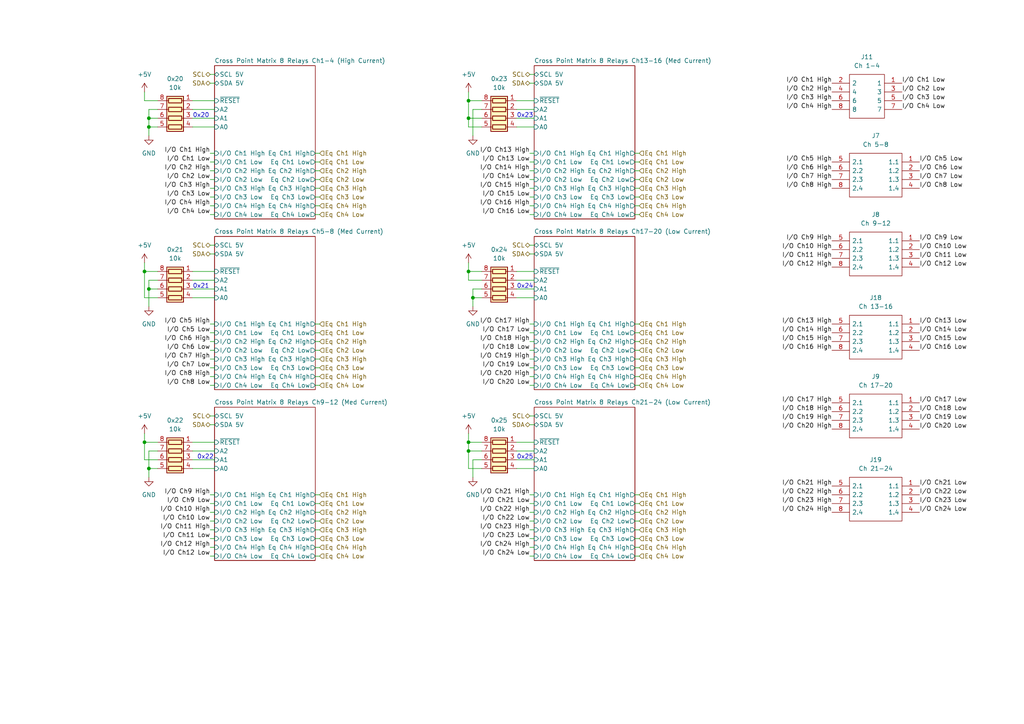
<source format=kicad_sch>
(kicad_sch (version 20211123) (generator eeschema)
  (paper "A4")
  (title_block (title "CIB PCB") (date "2022-05-27") (company "ChargePoint, Inc"))
  (lib_symbols
    (symbol "Component Search Engine:Pluggable Terminal Blocks SDC 2,5{slash} 8-PV-5,0 0-ZB" (pin_names (offset 0.762))
      (property "Reference" "J" (at 16.51 7.62 0))
      (property "Value" "Pluggable Terminal Blocks SDC 2,5{slash} 8-PV-5,0 0-ZB" (at 16.51 5.08 0))
      (symbol "Pluggable Terminal Blocks SDC 2,5{slash} 8-PV-5,0 0-ZB_0_0"
        (pin passive line (at 20.32 0 180) (length 5.08) (name "1") (number "1"))
        (pin passive line (at 0 0 0) (length 5.08) (name "2") (number "2"))
        (pin passive line (at 20.32 -2.54 180) (length 5.08) (name "3") (number "3"))
        (pin passive line (at 0 -2.54 0) (length 5.08) (name "4") (number "4"))
        (pin passive line (at 20.32 -5.08 180) (length 5.08) (name "5") (number "5"))
        (pin passive line (at 0 -5.08 0) (length 5.08) (name "6") (number "6"))
        (pin passive line (at 20.32 -7.62 180) (length 5.08) (name "7") (number "7"))
        (pin passive line (at 0 -7.62 0) (length 5.08) (name "8") (number "8"))
      )
      (symbol "Pluggable Terminal Blocks SDC 2,5{slash} 8-PV-5,0 0-ZB_0_1"
        (polyline (pts (xy 5.08 2.54) (xy 15.24 2.54) (xy 15.24 -10.16) (xy 5.08 -10.16) (xy 5.08 2.54)) (stroke (width 0.1524)))
      )
    )
    (symbol "Component Search Engine:Pluggable Terminal Blocks SDDC 1,5{slash} 4-PV-3,5" (pin_names (offset 0.762))
      (property "Reference" "J" (at 21.59 7.62 0))
      (property "Value" "Pluggable Terminal Blocks SDDC 1,5{slash} 4-PV-3,5" (at 21.59 5.08 0))
      (symbol "Pluggable Terminal Blocks SDDC 1,5{slash} 4-PV-3,5_0_0"
        (pin passive line (at 25.4 0 180) (length 5.08) (name "1.1") (number "1"))
        (pin passive line (at 25.4 -2.54 180) (length 5.08) (name "1.2") (number "2"))
        (pin passive line (at 25.4 -5.08 180) (length 5.08) (name "1.3") (number "3"))
        (pin passive line (at 25.4 -7.62 180) (length 5.08) (name "1.4") (number "4"))
        (pin passive line (at 0 0 0) (length 5.08) (name "2.1") (number "5"))
        (pin passive line (at 0 -2.54 0) (length 5.08) (name "2.2") (number "6"))
        (pin passive line (at 0 -5.08 0) (length 5.08) (name "2.3") (number "7"))
        (pin passive line (at 0 -7.62 0) (length 5.08) (name "2.4") (number "8"))
      )
      (symbol "Pluggable Terminal Blocks SDDC 1,5{slash} 4-PV-3,5_0_1"
        (polyline (pts (xy 5.08 2.54) (xy 20.32 2.54) (xy 20.32 -10.16) (xy 5.08 -10.16) (xy 5.08 2.54)) (stroke (width 0.1524)))
      )
    )
    (symbol "Device:R_Pack04" (pin_names (offset 0) hide)
      (property "Reference" "RN" (at -7.62 0 90))
      (property "Value" "R_Pack04" (at 5.08 0 90))
      (symbol "R_Pack04_0_1"
        (rectangle (start -6.35 -2.413) (end 3.81 2.413) (stroke (width 0.254)) (fill (type background)))
        (rectangle (start -5.715 1.905) (end -4.445 -1.905) (stroke (width 0.254)))
        (rectangle (start -3.175 1.905) (end -1.905 -1.905) (stroke (width 0.254)))
        (rectangle (start -0.635 1.905) (end 0.635 -1.905) (stroke (width 0.254)))
        (polyline (pts (xy -5.08 -2.54) (xy -5.08 -1.905)))
        (polyline (pts (xy -5.08 1.905) (xy -5.08 2.54)))
        (polyline (pts (xy -2.54 -2.54) (xy -2.54 -1.905)))
        (polyline (pts (xy -2.54 1.905) (xy -2.54 2.54)))
        (polyline (pts (xy 0 -2.54) (xy 0 -1.905)))
        (polyline (pts (xy 0 1.905) (xy 0 2.54)))
        (polyline (pts (xy 2.54 -2.54) (xy 2.54 -1.905)))
        (polyline (pts (xy 2.54 1.905) (xy 2.54 2.54)))
        (rectangle (start 1.905 1.905) (end 3.175 -1.905) (stroke (width 0.254)))
      )
      (symbol "R_Pack04_1_1"
        (pin passive line (at -5.08 -5.08 90) (length 2.54) (name "R1.1") (number "1"))
        (pin passive line (at -2.54 -5.08 90) (length 2.54) (name "R2.1") (number "2"))
        (pin passive line (at 0 -5.08 90) (length 2.54) (name "R3.1") (number "3"))
        (pin passive line (at 2.54 -5.08 90) (length 2.54) (name "R4.1") (number "4"))
        (pin passive line (at 2.54 5.08 270) (length 2.54) (name "R4.2") (number "5"))
        (pin passive line (at 0 5.08 270) (length 2.54) (name "R3.2") (number "6"))
        (pin passive line (at -2.54 5.08 270) (length 2.54) (name "R2.2") (number "7"))
        (pin passive line (at -5.08 5.08 270) (length 2.54) (name "R1.2") (number "8"))
      )
    )
    (symbol "power:+5V" (power) (pin_names (offset 0))
      (property "Value" "+5V" (at 0 3.556 0))
      (symbol "+5V_0_1"
        (polyline (pts (xy -0.762 1.27) (xy 0 2.54)))
        (polyline (pts (xy 0 0) (xy 0 2.54)))
        (polyline (pts (xy 0 2.54) (xy 0.762 1.27)))
      )
      (symbol "+5V_1_1"
        (pin power_in line (at 0 0 90) (length 0) hide (name "+5V") (number "1"))
      )
    )
    (symbol "power:GND" (power) (pin_names (offset 0))
      (property "Value" "GND" (at 0 -3.81 0))
      (symbol "GND_0_1"
        (polyline (pts (xy 0 0) (xy 0 -1.27) (xy 1.27 -1.27) (xy 0 -2.54) (xy -1.27 -1.27) (xy 0 -1.27)))
      )
      (symbol "GND_1_1"
        (pin power_in line (at 0 0 270) (length 0) hide (name "GND") (number "1"))
      )
    )
  )
  (junction (at 135.89 78.74))
  (junction (at 43.18 34.29))
  (junction (at 41.91 128.27))
  (junction (at 43.18 135.89))
  (junction (at 43.18 36.83))
  (junction (at 41.91 78.74))
  (junction (at 135.89 130.81))
  (junction (at 135.89 128.27))
  (junction (at 137.16 86.36))
  (junction (at 135.89 34.29))
  (junction (at 43.18 83.82))
  (junction (at 135.89 29.21))
  (wire (pts (xy 184.15 54.61) (xy 185.42 54.61)))
  (wire (pts (xy 60.96 104.14) (xy 62.23 104.14)))
  (wire (pts (xy 153.67 21.59) (xy 154.94 21.59)))
  (wire (pts (xy 41.91 78.74) (xy 45.72 78.74)))
  (wire (pts (xy 149.86 128.27) (xy 154.94 128.27)))
  (wire (pts (xy 184.15 156.21) (xy 185.42 156.21)))
  (wire (pts (xy 153.67 57.15) (xy 154.94 57.15)))
  (wire (pts (xy 184.15 93.98) (xy 185.42 93.98)))
  (wire (pts (xy 91.44 153.67) (xy 92.71 153.67)))
  (wire (pts (xy 153.67 24.13) (xy 154.94 24.13)))
  (wire (pts (xy 153.67 146.05) (xy 154.94 146.05)))
  (wire (pts (xy 55.88 83.82) (xy 62.23 83.82)))
  (wire (pts (xy 60.96 123.19) (xy 62.23 123.19)))
  (wire (pts (xy 153.67 104.14) (xy 154.94 104.14)))
  (wire (pts (xy 55.88 36.83) (xy 62.23 36.83)))
  (wire (pts (xy 135.89 128.27) (xy 135.89 125.73)))
  (wire (pts (xy 91.44 46.99) (xy 92.71 46.99)))
  (wire (pts (xy 149.86 130.81) (xy 154.94 130.81)))
  (wire (pts (xy 55.88 128.27) (xy 62.23 128.27)))
  (wire (pts (xy 149.86 29.21) (xy 154.94 29.21)))
  (wire (pts (xy 41.91 128.27) (xy 41.91 125.73)))
  (wire (pts (xy 135.89 130.81) (xy 139.7 130.81)))
  (wire (pts (xy 91.44 109.22) (xy 92.71 109.22)))
  (wire (pts (xy 149.86 135.89) (xy 154.94 135.89)))
  (wire (pts (xy 91.44 156.21) (xy 92.71 156.21)))
  (wire (pts (xy 41.91 29.21) (xy 41.91 26.67)))
  (wire (pts (xy 43.18 31.75) (xy 45.72 31.75)))
  (wire (pts (xy 60.96 71.12) (xy 62.23 71.12)))
  (wire (pts (xy 91.44 101.6) (xy 92.71 101.6)))
  (wire (pts (xy 43.18 130.81) (xy 43.18 135.89)))
  (wire (pts (xy 55.88 29.21) (xy 62.23 29.21)))
  (wire (pts (xy 184.15 104.14) (xy 185.42 104.14)))
  (wire (pts (xy 60.96 73.66) (xy 62.23 73.66)))
  (wire (pts (xy 60.96 156.21) (xy 62.23 156.21)))
  (wire (pts (xy 149.86 133.35) (xy 154.94 133.35)))
  (wire (pts (xy 55.88 81.28) (xy 62.23 81.28)))
  (wire (pts (xy 135.89 36.83) (xy 135.89 34.29)))
  (wire (pts (xy 60.96 21.59) (xy 62.23 21.59)))
  (wire (pts (xy 60.96 111.76) (xy 62.23 111.76)))
  (wire (pts (xy 55.88 130.81) (xy 62.23 130.81)))
  (wire (pts (xy 153.67 46.99) (xy 154.94 46.99)))
  (wire (pts (xy 153.67 111.76) (xy 154.94 111.76)))
  (wire (pts (xy 139.7 135.89) (xy 135.89 135.89)))
  (wire (pts (xy 41.91 128.27) (xy 45.72 128.27)))
  (wire (pts (xy 153.67 123.19) (xy 154.94 123.19)))
  (wire (pts (xy 43.18 81.28) (xy 45.72 81.28)))
  (wire (pts (xy 184.15 148.59) (xy 185.42 148.59)))
  (wire (pts (xy 184.15 49.53) (xy 185.42 49.53)))
  (wire (pts (xy 135.89 81.28) (xy 139.7 81.28)))
  (wire (pts (xy 60.96 52.07) (xy 62.23 52.07)))
  (wire (pts (xy 91.44 148.59) (xy 92.71 148.59)))
  (wire (pts (xy 153.67 73.66) (xy 154.94 73.66)))
  (wire (pts (xy 184.15 158.75) (xy 185.42 158.75)))
  (wire (pts (xy 135.89 135.89) (xy 135.89 130.81)))
  (wire (pts (xy 91.44 158.75) (xy 92.71 158.75)))
  (wire (pts (xy 41.91 29.21) (xy 45.72 29.21)))
  (wire (pts (xy 137.16 86.36) (xy 137.16 88.9)))
  (wire (pts (xy 184.15 109.22) (xy 185.42 109.22)))
  (wire (pts (xy 43.18 83.82) (xy 43.18 88.9)))
  (wire (pts (xy 139.7 31.75) (xy 137.16 31.75)))
  (wire (pts (xy 60.96 161.29) (xy 62.23 161.29)))
  (wire (pts (xy 135.89 29.21) (xy 135.89 26.67)))
  (wire (pts (xy 153.67 99.06) (xy 154.94 99.06)))
  (wire (pts (xy 91.44 57.15) (xy 92.71 57.15)))
  (wire (pts (xy 135.89 81.28) (xy 135.89 78.74)))
  (wire (pts (xy 135.89 29.21) (xy 135.89 34.29)))
  (wire (pts (xy 60.96 57.15) (xy 62.23 57.15)))
  (wire (pts (xy 43.18 83.82) (xy 43.18 81.28)))
  (wire (pts (xy 55.88 135.89) (xy 62.23 135.89)))
  (wire (pts (xy 137.16 83.82) (xy 137.16 86.36)))
  (wire (pts (xy 184.15 153.67) (xy 185.42 153.67)))
  (wire (pts (xy 60.96 153.67) (xy 62.23 153.67)))
  (wire (pts (xy 41.91 133.35) (xy 41.91 128.27)))
  (wire (pts (xy 91.44 44.45) (xy 92.71 44.45)))
  (wire (pts (xy 137.16 31.75) (xy 137.16 39.37)))
  (wire (pts (xy 149.86 34.29) (xy 154.94 34.29)))
  (wire (pts (xy 139.7 133.35) (xy 137.16 133.35)))
  (wire (pts (xy 60.96 120.65) (xy 62.23 120.65)))
  (wire (pts (xy 91.44 151.13) (xy 92.71 151.13)))
  (wire (pts (xy 184.15 59.69) (xy 185.42 59.69)))
  (wire (pts (xy 153.67 52.07) (xy 154.94 52.07)))
  (wire (pts (xy 55.88 133.35) (xy 62.23 133.35)))
  (wire (pts (xy 153.67 151.13) (xy 154.94 151.13)))
  (wire (pts (xy 43.18 34.29) (xy 43.18 36.83)))
  (wire (pts (xy 60.96 59.69) (xy 62.23 59.69)))
  (wire (pts (xy 153.67 93.98) (xy 154.94 93.98)))
  (wire (pts (xy 184.15 146.05) (xy 185.42 146.05)))
  (wire (pts (xy 137.16 86.36) (xy 139.7 86.36)))
  (wire (pts (xy 91.44 96.52) (xy 92.71 96.52)))
  (wire (pts (xy 137.16 133.35) (xy 137.16 138.43)))
  (wire (pts (xy 91.44 59.69) (xy 92.71 59.69)))
  (wire (pts (xy 153.67 106.68) (xy 154.94 106.68)))
  (wire (pts (xy 149.86 83.82) (xy 154.94 83.82)))
  (wire (pts (xy 153.67 143.51) (xy 154.94 143.51)))
  (wire (pts (xy 153.67 158.75) (xy 154.94 158.75)))
  (wire (pts (xy 184.15 106.68) (xy 185.42 106.68)))
  (wire (pts (xy 153.67 96.52) (xy 154.94 96.52)))
  (wire (pts (xy 135.89 128.27) (xy 139.7 128.27)))
  (wire (pts (xy 184.15 57.15) (xy 185.42 57.15)))
  (wire (pts (xy 184.15 99.06) (xy 185.42 99.06)))
  (wire (pts (xy 153.67 153.67) (xy 154.94 153.67)))
  (wire (pts (xy 60.96 96.52) (xy 62.23 96.52)))
  (wire (pts (xy 55.88 86.36) (xy 62.23 86.36)))
  (wire (pts (xy 153.67 120.65) (xy 154.94 120.65)))
  (wire (pts (xy 135.89 130.81) (xy 135.89 128.27)))
  (wire (pts (xy 60.96 146.05) (xy 62.23 146.05)))
  (wire (pts (xy 60.96 46.99) (xy 62.23 46.99)))
  (wire (pts (xy 184.15 161.29) (xy 185.42 161.29)))
  (wire (pts (xy 91.44 49.53) (xy 92.71 49.53)))
  (wire (pts (xy 43.18 135.89) (xy 43.18 138.43)))
  (wire (pts (xy 184.15 52.07) (xy 185.42 52.07)))
  (wire (pts (xy 45.72 86.36) (xy 41.91 86.36)))
  (wire (pts (xy 91.44 93.98) (xy 92.71 93.98)))
  (wire (pts (xy 153.67 44.45) (xy 154.94 44.45)))
  (wire (pts (xy 60.96 158.75) (xy 62.23 158.75)))
  (wire (pts (xy 91.44 99.06) (xy 92.71 99.06)))
  (wire (pts (xy 60.96 54.61) (xy 62.23 54.61)))
  (wire (pts (xy 149.86 31.75) (xy 154.94 31.75)))
  (wire (pts (xy 139.7 83.82) (xy 137.16 83.82)))
  (wire (pts (xy 60.96 62.23) (xy 62.23 62.23)))
  (wire (pts (xy 184.15 62.23) (xy 185.42 62.23)))
  (wire (pts (xy 184.15 96.52) (xy 185.42 96.52)))
  (wire (pts (xy 41.91 78.74) (xy 41.91 76.2)))
  (wire (pts (xy 184.15 111.76) (xy 185.42 111.76)))
  (wire (pts (xy 184.15 46.99) (xy 185.42 46.99)))
  (wire (pts (xy 184.15 143.51) (xy 185.42 143.51)))
  (wire (pts (xy 135.89 78.74) (xy 135.89 76.2)))
  (wire (pts (xy 91.44 54.61) (xy 92.71 54.61)))
  (wire (pts (xy 153.67 101.6) (xy 154.94 101.6)))
  (wire (pts (xy 60.96 106.68) (xy 62.23 106.68)))
  (wire (pts (xy 55.88 31.75) (xy 62.23 31.75)))
  (wire (pts (xy 45.72 83.82) (xy 43.18 83.82)))
  (wire (pts (xy 45.72 34.29) (xy 43.18 34.29)))
  (wire (pts (xy 91.44 106.68) (xy 92.71 106.68)))
  (wire (pts (xy 41.91 86.36) (xy 41.91 78.74)))
  (wire (pts (xy 91.44 62.23) (xy 92.71 62.23)))
  (wire (pts (xy 55.88 34.29) (xy 62.23 34.29)))
  (wire (pts (xy 135.89 34.29) (xy 139.7 34.29)))
  (wire (pts (xy 60.96 24.13) (xy 62.23 24.13)))
  (wire (pts (xy 55.88 78.74) (xy 62.23 78.74)))
  (wire (pts (xy 60.96 109.22) (xy 62.23 109.22)))
  (wire (pts (xy 60.96 49.53) (xy 62.23 49.53)))
  (wire (pts (xy 135.89 29.21) (xy 139.7 29.21)))
  (wire (pts (xy 153.67 148.59) (xy 154.94 148.59)))
  (wire (pts (xy 149.86 81.28) (xy 154.94 81.28)))
  (wire (pts (xy 60.96 143.51) (xy 62.23 143.51)))
  (wire (pts (xy 91.44 104.14) (xy 92.71 104.14)))
  (wire (pts (xy 43.18 130.81) (xy 45.72 130.81)))
  (wire (pts (xy 60.96 44.45) (xy 62.23 44.45)))
  (wire (pts (xy 43.18 135.89) (xy 45.72 135.89)))
  (wire (pts (xy 153.67 54.61) (xy 154.94 54.61)))
  (wire (pts (xy 135.89 78.74) (xy 139.7 78.74)))
  (wire (pts (xy 184.15 101.6) (xy 185.42 101.6)))
  (wire (pts (xy 149.86 86.36) (xy 154.94 86.36)))
  (wire (pts (xy 153.67 109.22) (xy 154.94 109.22)))
  (wire (pts (xy 184.15 151.13) (xy 185.42 151.13)))
  (wire (pts (xy 149.86 36.83) (xy 154.94 36.83)))
  (wire (pts (xy 60.96 151.13) (xy 62.23 151.13)))
  (wire (pts (xy 153.67 49.53) (xy 154.94 49.53)))
  (wire (pts (xy 60.96 148.59) (xy 62.23 148.59)))
  (wire (pts (xy 91.44 146.05) (xy 92.71 146.05)))
  (wire (pts (xy 91.44 161.29) (xy 92.71 161.29)))
  (wire (pts (xy 43.18 36.83) (xy 43.18 39.37)))
  (wire (pts (xy 153.67 62.23) (xy 154.94 62.23)))
  (wire (pts (xy 45.72 36.83) (xy 43.18 36.83)))
  (wire (pts (xy 153.67 156.21) (xy 154.94 156.21)))
  (wire (pts (xy 149.86 78.74) (xy 154.94 78.74)))
  (wire (pts (xy 91.44 111.76) (xy 92.71 111.76)))
  (wire (pts (xy 60.96 101.6) (xy 62.23 101.6)))
  (wire (pts (xy 91.44 143.51) (xy 92.71 143.51)))
  (wire (pts (xy 60.96 99.06) (xy 62.23 99.06)))
  (wire (pts (xy 153.67 71.12) (xy 154.94 71.12)))
  (wire (pts (xy 41.91 133.35) (xy 45.72 133.35)))
  (wire (pts (xy 184.15 44.45) (xy 185.42 44.45)))
  (wire (pts (xy 153.67 161.29) (xy 154.94 161.29)))
  (wire (pts (xy 139.7 36.83) (xy 135.89 36.83)))
  (wire (pts (xy 60.96 93.98) (xy 62.23 93.98)))
  (wire (pts (xy 43.18 34.29) (xy 43.18 31.75)))
  (wire (pts (xy 153.67 59.69) (xy 154.94 59.69)))
  (wire (pts (xy 91.44 52.07) (xy 92.71 52.07)))
  (text "0x21" (at 55.88 83.82 0) (effects (font (size 1.27 1.27)) (justify left bottom)))
  (text "0x20" (at 55.88 34.29 0) (effects (font (size 1.27 1.27)) (justify left bottom)))
  (text "0x23" (at 149.86 34.29 0) (effects (font (size 1.27 1.27)) (justify left bottom)))
  (text "0x24" (at 149.86 83.82 0) (effects (font (size 1.27 1.27)) (justify left bottom)))
  (text "0x25" (at 149.86 133.35 0) (effects (font (size 1.27 1.27)) (justify left bottom)))
  (text "0x22" (at 57.15 133.35 0) (effects (font (size 1.27 1.27)) (justify left bottom)))
  (label "I{slash}O Ch12 Low" (at 60.96 161.29 180))
  (label "I{slash}O Ch2 Low" (at 60.96 52.07 180))
  (label "I{slash}O Ch8 Low" (at 266.7 54.61 0))
  (label "I{slash}O Ch15 Low" (at 266.7 99.06 0))
  (label "I{slash}O Ch21 High" (at 241.3 140.97 180))
  (label "I{slash}O Ch20 High" (at 153.67 109.22 180))
  (label "I{slash}O Ch14 Low" (at 266.7 96.52 0))
  (label "I{slash}O Ch23 High" (at 241.3 146.05 180))
  (label "I{slash}O Ch1 High" (at 60.96 44.45 180))
  (label "I{slash}O Ch9 Low" (at 60.96 146.05 180))
  (label "I{slash}O Ch3 High" (at 60.96 54.61 180))
  (label "I{slash}O Ch24 Low" (at 266.7 148.59 0))
  (label "I{slash}O Ch6 Low" (at 266.7 49.53 0))
  (label "I{slash}O Ch20 Low" (at 153.67 111.76 180))
  (label "I{slash}O Ch18 High" (at 241.3 119.38 180))
  (label "I{slash}O Ch11 High" (at 60.96 153.67 180))
  (label "I{slash}O Ch17 Low" (at 266.7 116.84 0))
  (label "I{slash}O Ch9 Low" (at 266.7 69.85 0))
  (label "I{slash}O Ch21 Low" (at 153.67 146.05 180))
  (label "I{slash}O Ch23 Low" (at 266.7 146.05 0))
  (label "I{slash}O Ch1 Low" (at 60.96 46.99 180))
  (label "I{slash}O Ch7 High" (at 60.96 104.14 180))
  (label "I{slash}O Ch17 High" (at 241.3 116.84 180))
  (label "I{slash}O Ch15 High" (at 241.3 99.06 180))
  (label "I{slash}O Ch20 High" (at 241.3 124.46 180))
  (label "I{slash}O Ch19 High" (at 153.67 104.14 180))
  (label "I{slash}O Ch5 Low" (at 266.7 46.99 0))
  (label "I{slash}O Ch17 High" (at 153.67 93.98 180))
  (label "I{slash}O Ch15 High" (at 153.67 54.61 180))
  (label "I{slash}O Ch2 High" (at 241.3 26.67 180))
  (label "I{slash}O Ch14 High" (at 153.67 49.53 180))
  (label "I{slash}O Ch3 High" (at 241.3 29.21 180))
  (label "I{slash}O Ch13 High" (at 153.67 44.45 180))
  (label "I{slash}O Ch7 Low" (at 266.7 52.07 0))
  (label "I{slash}O Ch6 Low" (at 60.96 101.6 180))
  (label "I{slash}O Ch16 Low" (at 266.7 101.6 0))
  (label "I{slash}O Ch3 Low" (at 60.96 57.15 180))
  (label "I{slash}O Ch13 Low" (at 266.7 93.98 0))
  (label "I{slash}O Ch9 High" (at 60.96 143.51 180))
  (label "I{slash}O Ch8 High" (at 241.3 54.61 180))
  (label "I{slash}O Ch20 Low" (at 266.7 124.46 0))
  (label "I{slash}O Ch23 Low" (at 153.67 156.21 180))
  (label "I{slash}O Ch10 High" (at 60.96 148.59 180))
  (label "I{slash}O Ch5 Low" (at 60.96 96.52 180))
  (label "I{slash}O Ch17 Low" (at 153.67 96.52 180))
  (label "I{slash}O Ch1 High" (at 241.3 24.13 180))
  (label "I{slash}O Ch11 Low" (at 60.96 156.21 180))
  (label "I{slash}O Ch7 High" (at 241.3 52.07 180))
  (label "I{slash}O Ch21 Low" (at 266.7 140.97 0))
  (label "I{slash}O Ch5 High" (at 60.96 93.98 180))
  (label "I{slash}O Ch12 High" (at 241.3 77.47 180))
  (label "I{slash}O Ch6 High" (at 241.3 49.53 180))
  (label "I{slash}O Ch12 High" (at 60.96 158.75 180))
  (label "I{slash}O Ch4 Low" (at 60.96 62.23 180))
  (label "I{slash}O Ch1 Low" (at 261.62 24.13 0))
  (label "I{slash}O Ch22 High" (at 153.67 148.59 180))
  (label "I{slash}O Ch9 High" (at 241.3 69.85 180))
  (label "I{slash}O Ch10 High" (at 241.3 72.39 180))
  (label "I{slash}O Ch19 Low" (at 153.67 106.68 180))
  (label "I{slash}O Ch8 High" (at 60.96 109.22 180))
  (label "I{slash}O Ch24 High" (at 241.3 148.59 180))
  (label "I{slash}O Ch6 High" (at 60.96 99.06 180))
  (label "I{slash}O Ch18 Low" (at 153.67 101.6 180))
  (label "I{slash}O Ch4 Low" (at 261.62 31.75 0))
  (label "I{slash}O Ch22 Low" (at 266.7 143.51 0))
  (label "I{slash}O Ch16 High" (at 153.67 59.69 180))
  (label "I{slash}O Ch2 Low" (at 261.62 26.67 0))
  (label "I{slash}O Ch14 Low" (at 153.67 52.07 180))
  (label "I{slash}O Ch18 Low" (at 266.7 119.38 0))
  (label "I{slash}O Ch22 Low" (at 153.67 151.13 180))
  (label "I{slash}O Ch14 High" (at 241.3 96.52 180))
  (label "I{slash}O Ch10 Low" (at 60.96 151.13 180))
  (label "I{slash}O Ch12 Low" (at 266.7 77.47 0))
  (label "I{slash}O Ch5 High" (at 241.3 46.99 180))
  (label "I{slash}O Ch15 Low" (at 153.67 57.15 180))
  (label "I{slash}O Ch10 Low" (at 266.7 72.39 0))
  (label "I{slash}O Ch16 High" (at 241.3 101.6 180))
  (label "I{slash}O Ch13 Low" (at 153.67 46.99 180))
  (label "I{slash}O Ch23 High" (at 153.67 153.67 180))
  (label "I{slash}O Ch24 High" (at 153.67 158.75 180))
  (label "I{slash}O Ch3 Low" (at 261.62 29.21 0))
  (label "I{slash}O Ch18 High" (at 153.67 99.06 180))
  (label "I{slash}O Ch13 High" (at 241.3 93.98 180))
  (label "I{slash}O Ch8 Low" (at 60.96 111.76 180))
  (label "I{slash}O Ch16 Low" (at 153.67 62.23 180))
  (label "I{slash}O Ch19 Low" (at 266.7 121.92 0))
  (label "I{slash}O Ch11 Low" (at 266.7 74.93 0))
  (label "I{slash}O Ch2 High" (at 60.96 49.53 180))
  (label "I{slash}O Ch24 Low" (at 153.67 161.29 180))
  (label "I{slash}O Ch7 Low" (at 60.96 106.68 180))
  (label "I{slash}O Ch4 High" (at 241.3 31.75 180))
  (label "I{slash}O Ch21 High" (at 153.67 143.51 180))
  (label "I{slash}O Ch4 High" (at 60.96 59.69 180))
  (label "I{slash}O Ch22 High" (at 241.3 143.51 180))
  (label "I{slash}O Ch11 High" (at 241.3 74.93 180))
  (label "I{slash}O Ch19 High" (at 241.3 121.92 180))
  (hierarchical_label "SDA" (shape bidirectional) (at 60.96 24.13 180))
  (hierarchical_label "Eq Ch1 Low" (shape input) (at 185.42 96.52 0))
  (hierarchical_label "Eq Ch3 High" (shape input) (at 185.42 54.61 0))
  (hierarchical_label "Eq Ch2 High" (shape input) (at 92.71 99.06 0))
  (hierarchical_label "Eq Ch2 High" (shape input) (at 185.42 49.53 0))
  (hierarchical_label "SDA" (shape bidirectional) (at 153.67 73.66 180))
  (hierarchical_label "Eq Ch2 High" (shape input) (at 185.42 148.59 0))
  (hierarchical_label "Eq Ch3 Low" (shape input) (at 92.71 57.15 0))
  (hierarchical_label "Eq Ch4 High" (shape input) (at 92.71 158.75 0))
  (hierarchical_label "SCL" (shape bidirectional) (at 153.67 21.59 180))
  (hierarchical_label "Eq Ch1 High" (shape input) (at 185.42 93.98 0))
  (hierarchical_label "Eq Ch1 Low" (shape input) (at 185.42 46.99 0))
  (hierarchical_label "Eq Ch3 Low" (shape input) (at 185.42 106.68 0))
  (hierarchical_label "Eq Ch1 Low" (shape input) (at 185.42 146.05 0))
  (hierarchical_label "Eq Ch4 Low" (shape input) (at 185.42 161.29 0))
  (hierarchical_label "Eq Ch3 High" (shape input) (at 92.71 153.67 0))
  (hierarchical_label "Eq Ch1 High" (shape input) (at 185.42 44.45 0))
  (hierarchical_label "SCL" (shape bidirectional) (at 60.96 120.65 180))
  (hierarchical_label "Eq Ch2 Low" (shape input) (at 185.42 151.13 0))
  (hierarchical_label "Eq Ch2 Low" (shape input) (at 92.71 52.07 0))
  (hierarchical_label "Eq Ch4 Low" (shape input) (at 92.71 161.29 0))
  (hierarchical_label "Eq Ch3 High" (shape input) (at 92.71 104.14 0))
  (hierarchical_label "Eq Ch3 High" (shape input) (at 92.71 54.61 0))
  (hierarchical_label "Eq Ch1 High" (shape input) (at 92.71 143.51 0))
  (hierarchical_label "Eq Ch2 High" (shape input) (at 92.71 49.53 0))
  (hierarchical_label "Eq Ch3 Low" (shape input) (at 185.42 156.21 0))
  (hierarchical_label "SCL" (shape bidirectional) (at 60.96 71.12 180))
  (hierarchical_label "SDA" (shape bidirectional) (at 60.96 73.66 180))
  (hierarchical_label "Eq Ch4 High" (shape input) (at 185.42 158.75 0))
  (hierarchical_label "Eq Ch4 Low" (shape input) (at 185.42 62.23 0))
  (hierarchical_label "Eq Ch4 Low" (shape input) (at 185.42 111.76 0))
  (hierarchical_label "Eq Ch2 High" (shape input) (at 185.42 99.06 0))
  (hierarchical_label "SCL" (shape bidirectional) (at 153.67 71.12 180))
  (hierarchical_label "Eq Ch1 Low" (shape input) (at 92.71 96.52 0))
  (hierarchical_label "SDA" (shape bidirectional) (at 153.67 24.13 180))
  (hierarchical_label "Eq Ch1 High" (shape input) (at 185.42 143.51 0))
  (hierarchical_label "Eq Ch4 High" (shape input) (at 185.42 109.22 0))
  (hierarchical_label "Eq Ch3 High" (shape input) (at 185.42 153.67 0))
  (hierarchical_label "Eq Ch4 High" (shape input) (at 92.71 109.22 0))
  (hierarchical_label "Eq Ch4 High" (shape input) (at 185.42 59.69 0))
  (hierarchical_label "Eq Ch3 High" (shape input) (at 185.42 104.14 0))
  (hierarchical_label "Eq Ch1 High" (shape input) (at 92.71 44.45 0))
  (hierarchical_label "Eq Ch4 High" (shape input) (at 92.71 59.69 0))
  (hierarchical_label "Eq Ch3 Low" (shape input) (at 92.71 156.21 0))
  (hierarchical_label "Eq Ch1 Low" (shape input) (at 92.71 46.99 0))
  (hierarchical_label "Eq Ch3 Low" (shape input) (at 185.42 57.15 0))
  (hierarchical_label "Eq Ch1 Low" (shape input) (at 92.71 146.05 0))
  (hierarchical_label "SCL" (shape bidirectional) (at 60.96 21.59 180))
  (hierarchical_label "Eq Ch2 Low" (shape input) (at 92.71 151.13 0))
  (hierarchical_label "Eq Ch1 High" (shape input) (at 92.71 93.98 0))
  (hierarchical_label "Eq Ch2 Low" (shape input) (at 92.71 101.6 0))
  (hierarchical_label "Eq Ch4 Low" (shape input) (at 92.71 62.23 0))
  (hierarchical_label "SDA" (shape bidirectional) (at 153.67 123.19 180))
  (hierarchical_label "Eq Ch3 Low" (shape input) (at 92.71 106.68 0))
  (hierarchical_label "Eq Ch4 Low" (shape input) (at 92.71 111.76 0))
  (hierarchical_label "Eq Ch2 Low" (shape input) (at 185.42 52.07 0))
  (hierarchical_label "Eq Ch2 High" (shape input) (at 92.71 148.59 0))
  (hierarchical_label "Eq Ch2 Low" (shape input) (at 185.42 101.6 0))
  (hierarchical_label "SCL" (shape bidirectional) (at 153.67 120.65 180))
  (hierarchical_label "SDA" (shape bidirectional) (at 60.96 123.19 180))
  (symbol (lib_id "power:+5V") (at 135.89 26.67 0) (unit 1)
    (property "Reference" "#PWR0123" (effects hide))
    (property "Value" "+5V" (at 135.89 21.59 0))
  )
  (symbol (lib_id "power:GND") (at 43.18 88.9 0) (unit 1)
    (property "Reference" "#PWR0119" (effects hide))
    (property "Value" "GND" (at 43.18 93.98 0))
  )
  (symbol (lib_id "power:+5V") (at 41.91 76.2 0) (unit 1)
    (property "Reference" "#PWR0120" (effects hide))
    (property "Value" "+5V" (at 41.91 71.12 0))
  )
  (symbol (lib_id "Component Search Engine:Pluggable Terminal Blocks SDDC 1,5{slash} 4-PV-3,5") (at 241.3 93.98 0) (unit 1)
    (property "Reference" "J18" (at 254 86.36 0))
    (property "Value" "Ch 13-16" (at 254 88.9 0))
    (property "Footprint" "Component Search Engine:Pluggable Terminal Blocks SDDC 1,5 4-PV-3,5" (effects hide))
    (property "Datasheet" "https://datasheet.datasheetarchive.com/originals/distributors/DKDS-4/71064.pdf" (effects hide))
    (property "Description" "Pluggable Terminal Blocks SDDC 1,5/ 4-PV-3,5" (effects hide))
    (property "Height" "16" (effects hide))
    (property "Mouser Part Number" "651-1848668" (effects hide))
    (property "Mouser Price/Stock" "https://www.mouser.co.uk/ProductDetail/Phoenix-Contact/1848668?qs=0kYgdqhPduG1OA00GBngvA%3D%3D" (effects hide))
    (property "Arrow Part Number" "1848668" (effects hide))
    (property "Arrow Price/Stock" "https://www.arrow.com/en/products/1848668/phoenix-contact?region=nac" (effects hide))
    (property "Manufacturer" "Phoenix Contact" (effects hide))
    (property "Manufacturer #" "1848668" (effects hide))
  )
  (symbol (lib_id "Component Search Engine:Pluggable Terminal Blocks SDDC 1,5{slash} 4-PV-3,5") (at 241.3 46.99 0) (unit 1)
    (property "Reference" "J7" (at 254 39.37 0))
    (property "Value" "Ch 5-8" (at 254 41.91 0))
    (property "Footprint" "Component Search Engine:Pluggable Terminal Blocks SDDC 1,5 4-PV-3,5" (effects hide))
    (property "Datasheet" "https://datasheet.datasheetarchive.com/originals/distributors/DKDS-4/71064.pdf" (effects hide))
    (property "Description" "Pluggable Terminal Blocks SDDC 1,5/ 4-PV-3,5" (effects hide))
    (property "Height" "16" (effects hide))
    (property "Mouser Part Number" "651-1848668" (effects hide))
    (property "Mouser Price/Stock" "https://www.mouser.co.uk/ProductDetail/Phoenix-Contact/1848668?qs=0kYgdqhPduG1OA00GBngvA%3D%3D" (effects hide))
    (property "Arrow Part Number" "1848668" (effects hide))
    (property "Arrow Price/Stock" "https://www.arrow.com/en/products/1848668/phoenix-contact?region=nac" (effects hide))
    (property "Manufacturer" "Phoenix Contact" (effects hide))
    (property "Manufacturer #" "1848668" (effects hide))
  )
  (symbol (lib_id "Device:R_Pack04") (at 144.78 34.29 90) (mirror x) (unit 1)
    (property "Reference" "0x23" (at 144.78 22.86 90))
    (property "Value" "10k" (at 144.78 25.4 90))
    (property "Footprint" "Resistor_SMD:R_Array_Convex_4x1206" (effects hide))
    (property "Datasheet" "https://www.bourns.com/docs/Product-Datasheets/CATCAY.pdf" (effects hide))
    (property "Description" "RES ARRAY 4 RES 10K OHM 1206" (effects hide))
    (property "DigiKey #" "CAY16-1002F4LFCT-ND" (effects hide))
    (property "Manufacturer" "Bourns Inc." (effects hide))
    (property "Manufacturer #" "CAY16-1002F4LF" (effects hide))
    (property "DigiKey Price/Stock" "https://www.digikey.co.uk/en/products/detail/bourns-inc/CAY16-1002F4LF/2566505?s=N4IgTCBcDaIMIEECaBGAbAWhQBm2AYgCwAy%2BcAKhgHIAiIAugL5A" (effects hide))
  )
  (symbol (lib_id "power:GND") (at 43.18 138.43 0) (unit 1)
    (property "Reference" "#PWR0144" (effects hide))
    (property "Value" "GND" (at 43.18 143.51 0))
  )
  (symbol (lib_id "Device:R_Pack04") (at 144.78 83.82 90) (mirror x) (unit 1)
    (property "Reference" "0x24" (at 144.78 72.39 90))
    (property "Value" "10k" (at 144.78 74.93 90))
    (property "Footprint" "Resistor_SMD:R_Array_Convex_4x1206" (effects hide))
    (property "Datasheet" "https://www.bourns.com/docs/Product-Datasheets/CATCAY.pdf" (effects hide))
    (property "Description" "RES ARRAY 4 RES 10K OHM 1206" (effects hide))
    (property "DigiKey #" "CAY16-1002F4LFCT-ND" (effects hide))
    (property "Manufacturer" "Bourns Inc." (effects hide))
    (property "Manufacturer #" "CAY16-1002F4LF" (effects hide))
    (property "DigiKey Price/Stock" "https://www.digikey.co.uk/en/products/detail/bourns-inc/CAY16-1002F4LF/2566505?s=N4IgTCBcDaIMIEECaBGAbAWhQBm2AYgCwAy%2BcAKhgHIAiIAugL5A" (effects hide))
  )
  (symbol (lib_id "power:+5V") (at 135.89 125.73 0) (unit 1)
    (property "Reference" "#PWR0373" (effects hide))
    (property "Value" "+5V" (at 135.89 120.65 0))
  )
  (symbol (lib_id "power:+5V") (at 41.91 125.73 0) (unit 1)
    (property "Reference" "#PWR0168" (effects hide))
    (property "Value" "+5V" (at 41.91 120.65 0))
  )
  (symbol (lib_id "Component Search Engine:Pluggable Terminal Blocks SDDC 1,5{slash} 4-PV-3,5") (at 241.3 116.84 0) (unit 1)
    (property "Reference" "J9" (at 254 109.22 0))
    (property "Value" "Ch 17-20" (at 254 111.76 0))
    (property "Footprint" "Component Search Engine:Pluggable Terminal Blocks SDDC 1,5 4-PV-3,5" (effects hide))
    (property "Datasheet" "https://datasheet.datasheetarchive.com/originals/distributors/DKDS-4/71064.pdf" (effects hide))
    (property "Description" "Pluggable Terminal Blocks SDDC 1,5/ 4-PV-3,5" (effects hide))
    (property "Height" "16" (effects hide))
    (property "Mouser Part Number" "651-1848668" (effects hide))
    (property "Mouser Price/Stock" "https://www.mouser.co.uk/ProductDetail/Phoenix-Contact/1848668?qs=0kYgdqhPduG1OA00GBngvA%3D%3D" (effects hide))
    (property "Arrow Part Number" "1848668" (effects hide))
    (property "Arrow Price/Stock" "https://www.arrow.com/en/products/1848668/phoenix-contact?region=nac" (effects hide))
    (property "Manufacturer" "Phoenix Contact" (effects hide))
    (property "Manufacturer #" "1848668" (effects hide))
  )
  (symbol (lib_id "power:GND") (at 137.16 88.9 0) (unit 1)
    (property "Reference" "#PWR0188" (effects hide))
    (property "Value" "GND" (at 137.16 93.98 0))
  )
  (symbol (lib_id "Component Search Engine:Pluggable Terminal Blocks SDC 2,5{slash} 8-PV-5,0 0-ZB") (at 241.3 24.13 0) (unit 1)
    (property "Reference" "J11" (at 251.46 16.51 0))
    (property "Value" "Ch 1-4" (at 251.46 19.05 0))
    (property "Footprint" "Component Search Engine:Pluggable Terminal Blocks SDC 2,5 8-PV-5,0 0-ZB" (effects hide))
    (property "Datasheet" "https://datasheet.datasheetarchive.com/originals/distributors/DKDS-4/71516.pdf" (effects hide))
    (property "Description" "Pluggable Terminal Blocks SDDC 1,5/ 8-PV-3,5" (effects hide))
    (property "Height" "16" (effects hide))
    (property "Mouser Part Number" "651-1864095" (effects hide))
    (property "Mouser Price/Stock" "https://www.mouser.co.uk/ProductDetail/Phoenix-Contact/1864095?qs=k%252BwXAfPrzCksf1U4gIWMgg%3D%3D" (effects hide))
    (property "Arrow Part Number" "1864095" (effects hide))
    (property "Arrow Price/Stock" "https://www.arrow.com/en/products/1864095/phoenix-contact?region=nac" (effects hide))
    (property "Manufacturer" "Phoenix Contact" (effects hide))
    (property "Manufacturer #" "1864095" (effects hide))
  )
  (symbol (lib_id "power:+5V") (at 41.91 26.67 0) (unit 1)
    (property "Reference" "#PWR0118" (effects hide))
    (property "Value" "+5V" (at 41.91 21.59 0))
  )
  (symbol (lib_id "Component Search Engine:Pluggable Terminal Blocks SDDC 1,5{slash} 4-PV-3,5") (at 241.3 140.97 0) (unit 1)
    (property "Reference" "J19" (at 254 133.35 0))
    (property "Value" "Ch 21-24" (at 254 135.89 0))
    (property "Footprint" "Component Search Engine:Pluggable Terminal Blocks SDDC 1,5 4-PV-3,5" (effects hide))
    (property "Datasheet" "https://datasheet.datasheetarchive.com/originals/distributors/DKDS-4/71064.pdf" (effects hide))
    (property "Description" "Pluggable Terminal Blocks SDDC 1,5/ 4-PV-3,5" (effects hide))
    (property "Height" "16" (effects hide))
    (property "Mouser Part Number" "651-1848668" (effects hide))
    (property "Mouser Price/Stock" "https://www.mouser.co.uk/ProductDetail/Phoenix-Contact/1848668?qs=0kYgdqhPduG1OA00GBngvA%3D%3D" (effects hide))
    (property "Arrow Part Number" "1848668" (effects hide))
    (property "Arrow Price/Stock" "https://www.arrow.com/en/products/1848668/phoenix-contact?region=nac" (effects hide))
    (property "Manufacturer" "Phoenix Contact" (effects hide))
    (property "Manufacturer #" "1848668" (effects hide))
  )
  (symbol (lib_id "power:GND") (at 43.18 39.37 0) (unit 1)
    (property "Reference" "#PWR0393" (effects hide))
    (property "Value" "GND" (at 43.18 44.45 0))
  )
  (symbol (lib_id "power:GND") (at 137.16 39.37 0) (unit 1)
    (property "Reference" "#PWR0122" (effects hide))
    (property "Value" "GND" (at 137.16 44.45 0))
  )
  (symbol (lib_id "power:+5V") (at 135.89 76.2 0) (unit 1)
    (property "Reference" "#PWR0229" (effects hide))
    (property "Value" "+5V" (at 135.89 71.12 0))
  )
  (symbol (lib_id "Device:R_Pack04") (at 144.78 133.35 90) (mirror x) (unit 1)
    (property "Reference" "0x25" (at 144.78 121.92 90))
    (property "Value" "10k" (at 144.78 124.46 90))
    (property "Footprint" "Resistor_SMD:R_Array_Convex_4x1206" (effects hide))
    (property "Datasheet" "https://www.bourns.com/docs/Product-Datasheets/CATCAY.pdf" (effects hide))
    (property "Description" "RES ARRAY 4 RES 10K OHM 1206" (effects hide))
    (property "DigiKey #" "CAY16-1002F4LFCT-ND" (effects hide))
    (property "Manufacturer" "Bourns Inc." (effects hide))
    (property "Manufacturer #" "CAY16-1002F4LF" (effects hide))
    (property "DigiKey Price/Stock" "https://www.digikey.co.uk/en/products/detail/bourns-inc/CAY16-1002F4LF/2566505?s=N4IgTCBcDaIMIEECaBGAbAWhQBm2AYgCwAy%2BcAKhgHIAiIAugL5A" (effects hide))
  )
  (symbol (lib_id "Component Search Engine:Pluggable Terminal Blocks SDDC 1,5{slash} 4-PV-3,5") (at 241.3 69.85 0) (unit 1)
    (property "Reference" "J8" (at 254 62.23 0))
    (property "Value" "Ch 9-12" (at 254 64.77 0))
    (property "Footprint" "Component Search Engine:Pluggable Terminal Blocks SDDC 1,5 4-PV-3,5" (effects hide))
    (property "Datasheet" "https://datasheet.datasheetarchive.com/originals/distributors/DKDS-4/71064.pdf" (effects hide))
    (property "Description" "Pluggable Terminal Blocks SDDC 1,5/ 4-PV-3,5" (effects hide))
    (property "Height" "16" (effects hide))
    (property "Mouser Part Number" "651-1848668" (effects hide))
    (property "Mouser Price/Stock" "https://www.mouser.co.uk/ProductDetail/Phoenix-Contact/1848668?qs=0kYgdqhPduG1OA00GBngvA%3D%3D" (effects hide))
    (property "Arrow Part Number" "1848668" (effects hide))
    (property "Arrow Price/Stock" "https://www.arrow.com/en/products/1848668/phoenix-contact?region=nac" (effects hide))
    (property "Manufacturer" "Phoenix Contact" (effects hide))
    (property "Manufacturer #" "1848668" (effects hide))
  )
  (symbol (lib_id "Device:R_Pack04") (at 50.8 133.35 90) (mirror x) (unit 1)
    (property "Reference" "0x22" (at 50.8 121.92 90))
    (property "Value" "10k" (at 50.8 124.46 90))
    (property "Footprint" "Resistor_SMD:R_Array_Convex_4x1206" (effects hide))
    (property "Datasheet" "https://www.bourns.com/docs/Product-Datasheets/CATCAY.pdf" (effects hide))
    (property "Description" "RES ARRAY 4 RES 10K OHM 1206" (effects hide))
    (property "DigiKey #" "CAY16-1002F4LFCT-ND" (effects hide))
    (property "Manufacturer" "Bourns Inc." (effects hide))
    (property "Manufacturer #" "CAY16-1002F4LF" (effects hide))
    (property "DigiKey Price/Stock" "https://www.digikey.co.uk/en/products/detail/bourns-inc/CAY16-1002F4LF/2566505?s=N4IgTCBcDaIMIEECaBGAbAWhQBm2AYgCwAy%2BcAKhgHIAiIAugL5A" (effects hide))
  )
  (symbol (lib_id "Device:R_Pack04") (at 50.8 83.82 90) (mirror x) (unit 1)
    (property "Reference" "0x21" (at 50.8 72.39 90))
    (property "Value" "10k" (at 50.8 74.93 90))
    (property "Footprint" "Resistor_SMD:R_Array_Convex_4x1206" (effects hide))
    (property "Datasheet" "https://www.bourns.com/docs/Product-Datasheets/CATCAY.pdf" (effects hide))
    (property "Description" "RES ARRAY 4 RES 10K OHM 1206" (effects hide))
    (property "Manufacturer" "Bourns Inc." (effects hide))
    (property "Manufacturer #" "CAY16-1002F4LF" (effects hide))
    (property "DigiKey #" "CAY16-1002F4LFCT-ND" (effects hide))
    (property "DigiKey Price/Stock" "https://www.digikey.co.uk/en/products/detail/bourns-inc/CAY16-1002F4LF/2566505?s=N4IgTCBcDaIMIEECaBGAbAWhQBm2AYgCwAy%2BcAKhgHIAiIAugL5A" (effects hide))
  )
  (symbol (lib_id "power:GND") (at 137.16 138.43 0) (unit 1)
    (property "Reference" "#PWR0372" (effects hide))
    (property "Value" "GND" (at 137.16 143.51 0))
  )
  (symbol (lib_id "Device:R_Pack04") (at 50.8 34.29 90) (mirror x) (unit 1)
    (property "Reference" "0x20" (at 50.8 22.86 90))
    (property "Value" "10k" (at 50.8 25.4 90))
    (property "Footprint" "Resistor_SMD:R_Array_Convex_4x1206" (effects hide))
    (property "Datasheet" "https://www.bourns.com/docs/Product-Datasheets/CATCAY.pdf" (effects hide))
    (property "Description" "RES ARRAY 4 RES 10K OHM 1206" (effects hide))
    (property "Manufacturer" "Bourns Inc." (effects hide))
    (property "Manufacturer #" "CAY16-1002F4LF" (effects hide))
    (property "DigiKey #" "CAY16-1002F4LFCT-ND" (effects hide))
    (property "DigiKey Price/Stock" "https://www.digikey.co.uk/en/products/detail/bourns-inc/CAY16-1002F4LF/2566505?s=N4IgTCBcDaIMIEECaBGAbAWhQBm2AYgCwAy%2BcAKhgHIAiIAugL5A" (effects hide))
  )
  (sheet (at 154.94 68.58) (size 29.21 44.45) (stroke (width 0.1524))
    (property "Sheet name" "Cross Point Matrix 8 Relays Ch17-20 (Low Current)" (at 154.94 67.8684 0) (effects (justify left bottom)))
    (property "Sheet file" "Cross Point Matix Ch17-24.kicad_sch" (effects hide))
    (pin "I{slash}O Ch4 High" input (at 154.94 109.22 180))
    (pin "I{slash}O Ch4 Low" input (at 154.94 111.76 180))
    (pin "I{slash}O Ch3 Low" input (at 154.94 106.68 180))
    (pin "I{slash}O Ch3 High" input (at 154.94 104.14 180))
    (pin "I{slash}O Ch2 High" input (at 154.94 99.06 180))
    (pin "I{slash}O Ch2 Low" input (at 154.94 101.6 180))
    (pin "I{slash}O Ch1 Low" input (at 154.94 96.52 180))
    (pin "I{slash}O Ch1 High" input (at 154.94 93.98 180))
    (pin "Eq Ch1 Low" output (at 184.15 96.52 0))
    (pin "Eq Ch2 High" output (at 184.15 99.06 0))
    (pin "Eq Ch4 High" output (at 184.15 109.22 0))
    (pin "Eq Ch3 Low" output (at 184.15 106.68 0))
    (pin "Eq Ch4 Low" output (at 184.15 111.76 0))
    (pin "Eq Ch2 Low" output (at 184.15 101.6 0))
    (pin "Eq Ch3 High" output (at 184.15 104.14 0))
    (pin "SCL 5V" bidirectional (at 154.94 71.12 180))
    (pin "SDA 5V" bidirectional (at 154.94 73.66 180))
    (pin "Eq Ch1 High" output (at 184.15 93.98 0))
    (pin "A1" input (at 154.94 83.82 180))
    (pin "A2" input (at 154.94 81.28 180))
    (pin "A0" input (at 154.94 86.36 180))
    (pin "~{RESET}" input (at 154.94 78.74 180))
  )
  (sheet (at 154.94 118.11) (size 29.21 44.45) (stroke (width 0.1524))
    (property "Sheet name" "Cross Point Matrix 8 Relays Ch21-24 (Low Current)" (at 154.94 117.3984 0) (effects (justify left bottom)))
    (property "Sheet file" "Cross Point Matix Ch17-24.kicad_sch" (effects hide))
    (pin "I{slash}O Ch4 High" input (at 154.94 158.75 180))
    (pin "I{slash}O Ch4 Low" input (at 154.94 161.29 180))
    (pin "I{slash}O Ch3 Low" input (at 154.94 156.21 180))
    (pin "I{slash}O Ch3 High" input (at 154.94 153.67 180))
    (pin "I{slash}O Ch2 High" input (at 154.94 148.59 180))
    (pin "I{slash}O Ch2 Low" input (at 154.94 151.13 180))
    (pin "I{slash}O Ch1 Low" input (at 154.94 146.05 180))
    (pin "I{slash}O Ch1 High" input (at 154.94 143.51 180))
    (pin "Eq Ch1 Low" output (at 184.15 146.05 0))
    (pin "Eq Ch2 High" output (at 184.15 148.59 0))
    (pin "Eq Ch1 High" output (at 184.15 143.51 0))
    (pin "Eq Ch4 High" output (at 184.15 158.75 0))
    (pin "Eq Ch3 Low" output (at 184.15 156.21 0))
    (pin "Eq Ch4 Low" output (at 184.15 161.29 0))
    (pin "Eq Ch2 Low" output (at 184.15 151.13 0))
    (pin "Eq Ch3 High" output (at 184.15 153.67 0))
    (pin "SCL 5V" bidirectional (at 154.94 120.65 180))
    (pin "SDA 5V" bidirectional (at 154.94 123.19 180))
    (pin "A1" input (at 154.94 133.35 180))
    (pin "A2" input (at 154.94 130.81 180))
    (pin "A0" input (at 154.94 135.89 180))
    (pin "~{RESET}" input (at 154.94 128.27 180))
  )
  (sheet (at 62.23 118.11) (size 29.21 44.45) (stroke (width 0.1524))
    (property "Sheet name" "Cross Point Matrix 8 Relays Ch9-12 (Med Current)" (at 62.23 117.3984 0) (effects (justify left bottom)))
    (property "Sheet file" "Cross Point Matix Ch5-16.kicad_sch" (effects hide))
    (pin "I{slash}O Ch4 High" input (at 62.23 158.75 180))
    (pin "I{slash}O Ch4 Low" input (at 62.23 161.29 180))
    (pin "I{slash}O Ch3 Low" input (at 62.23 156.21 180))
    (pin "I{slash}O Ch3 High" input (at 62.23 153.67 180))
    (pin "I{slash}O Ch2 High" input (at 62.23 148.59 180))
    (pin "I{slash}O Ch2 Low" input (at 62.23 151.13 180))
    (pin "I{slash}O Ch1 Low" input (at 62.23 146.05 180))
    (pin "I{slash}O Ch1 High" input (at 62.23 143.51 180))
    (pin "Eq Ch1 Low" output (at 91.44 146.05 0))
    (pin "Eq Ch2 High" output (at 91.44 148.59 0))
    (pin "Eq Ch1 High" output (at 91.44 143.51 0))
    (pin "Eq Ch4 High" output (at 91.44 158.75 0))
    (pin "Eq Ch3 Low" output (at 91.44 156.21 0))
    (pin "Eq Ch4 Low" output (at 91.44 161.29 0))
    (pin "Eq Ch2 Low" output (at 91.44 151.13 0))
    (pin "Eq Ch3 High" output (at 91.44 153.67 0))
    (pin "SCL 5V" bidirectional (at 62.23 120.65 180))
    (pin "SDA 5V" bidirectional (at 62.23 123.19 180))
    (pin "A2" input (at 62.23 130.81 180))
    (pin "A0" input (at 62.23 135.89 180))
    (pin "A1" input (at 62.23 133.35 180))
    (pin "~{RESET}" input (at 62.23 128.27 180))
  )
  (sheet (at 154.94 19.05) (size 29.21 44.45) (stroke (width 0.1524))
    (property "Sheet name" "Cross Point Matrix 8 Relays Ch13-16 (Med Current)" (at 154.94 18.3384 0) (effects (justify left bottom)))
    (property "Sheet file" "Cross Point Matix Ch5-16.kicad_sch" (effects hide))
    (pin "I{slash}O Ch4 High" input (at 154.94 59.69 180))
    (pin "I{slash}O Ch4 Low" input (at 154.94 62.23 180))
    (pin "I{slash}O Ch3 Low" input (at 154.94 57.15 180))
    (pin "I{slash}O Ch3 High" input (at 154.94 54.61 180))
    (pin "I{slash}O Ch2 High" input (at 154.94 49.53 180))
    (pin "I{slash}O Ch2 Low" input (at 154.94 52.07 180))
    (pin "I{slash}O Ch1 Low" input (at 154.94 46.99 180))
    (pin "I{slash}O Ch1 High" input (at 154.94 44.45 180))
    (pin "Eq Ch1 Low" output (at 184.15 46.99 0))
    (pin "Eq Ch2 High" output (at 184.15 49.53 0))
    (pin "Eq Ch1 High" output (at 184.15 44.45 0))
    (pin "Eq Ch4 High" output (at 184.15 59.69 0))
    (pin "Eq Ch3 Low" output (at 184.15 57.15 0))
    (pin "Eq Ch4 Low" output (at 184.15 62.23 0))
    (pin "Eq Ch2 Low" output (at 184.15 52.07 0))
    (pin "Eq Ch3 High" output (at 184.15 54.61 0))
    (pin "SCL 5V" bidirectional (at 154.94 21.59 180))
    (pin "SDA 5V" bidirectional (at 154.94 24.13 180))
    (pin "A2" input (at 154.94 31.75 180))
    (pin "A0" input (at 154.94 36.83 180))
    (pin "A1" input (at 154.94 34.29 180))
    (pin "~{RESET}" input (at 154.94 29.21 180))
  )
  (sheet (at 62.23 19.05) (size 29.21 44.45) (stroke (width 0.1524))
    (property "Sheet name" "Cross Point Matrix 8 Relays Ch1-4 (High Current)" (at 62.23 18.3384 0) (effects (justify left bottom)))
    (property "Sheet file" "Cross Point Matix Ch1-4.kicad_sch" (effects hide))
    (pin "I{slash}O Ch4 High" input (at 62.23 59.69 180))
    (pin "I{slash}O Ch4 Low" input (at 62.23 62.23 180))
    (pin "I{slash}O Ch3 Low" input (at 62.23 57.15 180))
    (pin "I{slash}O Ch3 High" input (at 62.23 54.61 180))
    (pin "I{slash}O Ch2 High" input (at 62.23 49.53 180))
    (pin "I{slash}O Ch2 Low" input (at 62.23 52.07 180))
    (pin "I{slash}O Ch1 Low" input (at 62.23 46.99 180))
    (pin "I{slash}O Ch1 High" input (at 62.23 44.45 180))
    (pin "Eq Ch1 Low" output (at 91.44 46.99 0))
    (pin "Eq Ch2 High" output (at 91.44 49.53 0))
    (pin "Eq Ch1 High" output (at 91.44 44.45 0))
    (pin "Eq Ch4 High" output (at 91.44 59.69 0))
    (pin "Eq Ch3 Low" output (at 91.44 57.15 0))
    (pin "Eq Ch4 Low" output (at 91.44 62.23 0))
    (pin "Eq Ch2 Low" output (at 91.44 52.07 0))
    (pin "Eq Ch3 High" output (at 91.44 54.61 0))
    (pin "SCL 5V" bidirectional (at 62.23 21.59 180))
    (pin "SDA 5V" bidirectional (at 62.23 24.13 180))
    (pin "A2" input (at 62.23 31.75 180))
    (pin "A1" input (at 62.23 34.29 180))
    (pin "A0" input (at 62.23 36.83 180))
    (pin "~{RESET}" input (at 62.23 29.21 180))
  )
  (sheet (at 62.23 68.58) (size 29.21 44.45) (stroke (width 0.1524))
    (property "Sheet name" "Cross Point Matrix 8 Relays Ch5-8 (Med Current)" (at 62.23 67.8684 0) (effects (justify left bottom)))
    (property "Sheet file" "Cross Point Matix Ch5-16.kicad_sch" (effects hide))
    (pin "I{slash}O Ch4 High" input (at 62.23 109.22 180))
    (pin "I{slash}O Ch4 Low" input (at 62.23 111.76 180))
    (pin "I{slash}O Ch3 Low" input (at 62.23 106.68 180))
    (pin "I{slash}O Ch3 High" input (at 62.23 104.14 180))
    (pin "I{slash}O Ch2 High" input (at 62.23 99.06 180))
    (pin "I{slash}O Ch2 Low" input (at 62.23 101.6 180))
    (pin "I{slash}O Ch1 Low" input (at 62.23 96.52 180))
    (pin "I{slash}O Ch1 High" input (at 62.23 93.98 180))
    (pin "Eq Ch1 Low" output (at 91.44 96.52 0))
    (pin "Eq Ch2 High" output (at 91.44 99.06 0))
    (pin "Eq Ch1 High" output (at 91.44 93.98 0))
    (pin "Eq Ch4 High" output (at 91.44 109.22 0))
    (pin "Eq Ch3 Low" output (at 91.44 106.68 0))
    (pin "Eq Ch4 Low" output (at 91.44 111.76 0))
    (pin "Eq Ch2 Low" output (at 91.44 101.6 0))
    (pin "Eq Ch3 High" output (at 91.44 104.14 0))
    (pin "SCL 5V" bidirectional (at 62.23 71.12 180))
    (pin "SDA 5V" bidirectional (at 62.23 73.66 180))
    (pin "A2" input (at 62.23 81.28 180))
    (pin "A0" input (at 62.23 86.36 180))
    (pin "A1" input (at 62.23 83.82 180))
    (pin "~{RESET}" input (at 62.23 78.74 180))
  )
)
</source>
